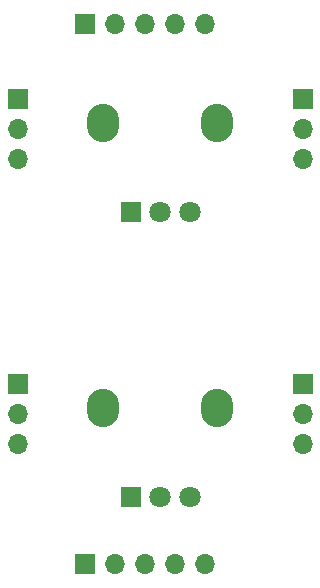
<source format=gbr>
%TF.GenerationSoftware,KiCad,Pcbnew,8.0.5*%
%TF.CreationDate,2024-11-15T23:36:42+05:30*%
%TF.ProjectId,buff_mix,62756666-5f6d-4697-982e-6b696361645f,rev?*%
%TF.SameCoordinates,Original*%
%TF.FileFunction,Soldermask,Bot*%
%TF.FilePolarity,Negative*%
%FSLAX46Y46*%
G04 Gerber Fmt 4.6, Leading zero omitted, Abs format (unit mm)*
G04 Created by KiCad (PCBNEW 8.0.5) date 2024-11-15 23:36:42*
%MOMM*%
%LPD*%
G01*
G04 APERTURE LIST*
%ADD10R,1.800000X1.800000*%
%ADD11C,1.800000*%
%ADD12O,2.720000X3.240000*%
%ADD13R,1.700000X1.700000*%
%ADD14O,1.700000X1.700000*%
G04 APERTURE END LIST*
D10*
%TO.C,RV2*%
X59730000Y-90815000D03*
D11*
X64730000Y-90815000D03*
X62230000Y-90815000D03*
D12*
X67030000Y-83315000D03*
X57430000Y-83315000D03*
%TD*%
D10*
%TO.C,RV1*%
X59730000Y-66685000D03*
D11*
X64730000Y-66685000D03*
X62230000Y-66685000D03*
D12*
X67030000Y-59185000D03*
X57430000Y-59185000D03*
%TD*%
D13*
%TO.C,OUT2*%
X74295000Y-81280000D03*
D14*
X74295000Y-83820000D03*
X74295000Y-86360000D03*
%TD*%
D13*
%TO.C,OUT1*%
X74320000Y-57165000D03*
D14*
X74320000Y-59705000D03*
X74320000Y-62245000D03*
%TD*%
%TO.C,IN2*%
X50165000Y-86360000D03*
X50165000Y-83820000D03*
D13*
X50165000Y-81280000D03*
%TD*%
%TO.C,IN1*%
X50165000Y-57150000D03*
D14*
X50165000Y-59690000D03*
X50165000Y-62230000D03*
%TD*%
%TO.C,GND1*%
X66040000Y-96520000D03*
X63500000Y-96520000D03*
X60960000Y-96520000D03*
X58420000Y-96520000D03*
D13*
X55880000Y-96520000D03*
%TD*%
%TO.C,5V1*%
X55880000Y-50800000D03*
D14*
X58420000Y-50800000D03*
X60960000Y-50800000D03*
X63500000Y-50800000D03*
X66040000Y-50800000D03*
%TD*%
M02*

</source>
